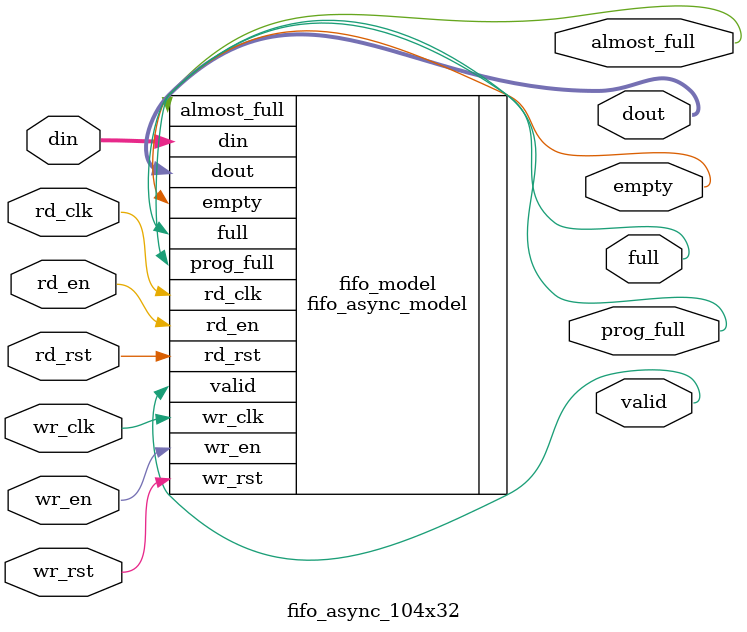
<source format=v>
/* Model for xilinx async fifo*/
module fifo_async_104x32 
   (/*AUTOARG*/
   // Outputs
   full, prog_full, almost_full, dout, empty, valid,
   // Inputs
   wr_rst, rd_rst, wr_clk, rd_clk, wr_en, din, rd_en
   );
   
   parameter DW     = 104;//104 wide
   parameter DEPTH  = 16; //
   
   //##########
   //# RESET/CLOCK
   //##########
   input           wr_rst;     //asynchronous reset
   input           rd_rst;     //asynchronous reset
   input           wr_clk;    //write clock   
   input           rd_clk;    //read clock   

   //##########
   //# FIFO WRITE
   //##########
   input           wr_en;   
   input  [DW-1:0] din;
   output          full;
   output 	   prog_full;
   output 	   almost_full;
   
   //###########
   //# FIFO READ
   //###########
   input 	   rd_en;
   output [DW-1:0] dout;
   output          empty;
   output          valid;

   defparam fifo_model.DW=104;   
   defparam fifo_model.DEPTH=32;   

   fifo_async_model fifo_model (/*AUTOINST*/
				// Outputs
				.full		(full),
				.prog_full	(prog_full),
				.almost_full	(almost_full),
				.dout		(dout[DW-1:0]),
				.empty		(empty),
				.valid		(valid),
				// Inputs
				.wr_rst		(wr_rst),
				.rd_rst		(rd_rst),
				.wr_clk		(wr_clk),
				.rd_clk		(rd_clk),
				.wr_en		(wr_en),
				.din		(din[DW-1:0]),
				.rd_en		(rd_en));
      
      
endmodule // fifo_async
// Local Variables:
// verilog-library-directories:("." "../../memory/hdl")
// End:

/*
  Copyright (C) 2013 Adapteva, Inc.
  Contributed by Andreas Olofsson, Roman Trogan <support@adapteva.com>

  This program is free software: you can redistribute it and/or modify
  it under the terms of the GNU General Public License as published by
  the Free Software Foundation, either version 3 of the License, or
  (at your option) any later version.

  This program is distributed in the hope that it will be useful,
  but WITHOUT ANY WARRANTY; without even the implied warranty of
  MERCHANTABILITY or FITNESS FOR A PARTICULAR PURPOSE.  See the
  GNU General Public License for more details.

  You should have received a copy of the GNU General Public License
  along with this program (see the file COPYING).  If not, see
  <http://www.gnu.org/licenses/>.
*/

</source>
